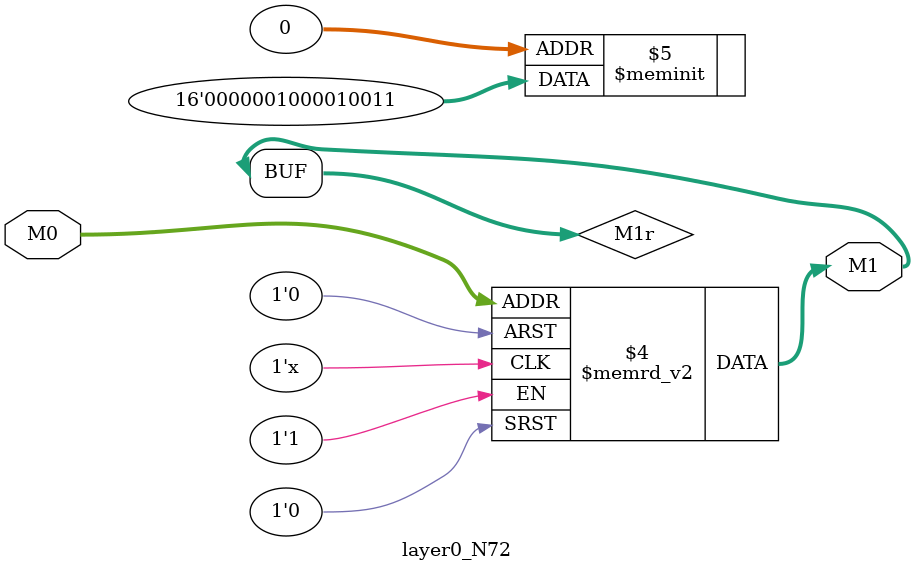
<source format=v>
module layer0_N72 ( input [2:0] M0, output [1:0] M1 );

	(*rom_style = "distributed" *) reg [1:0] M1r;
	assign M1 = M1r;
	always @ (M0) begin
		case (M0)
			3'b000: M1r = 2'b11;
			3'b100: M1r = 2'b10;
			3'b010: M1r = 2'b01;
			3'b110: M1r = 2'b00;
			3'b001: M1r = 2'b00;
			3'b101: M1r = 2'b00;
			3'b011: M1r = 2'b00;
			3'b111: M1r = 2'b00;

		endcase
	end
endmodule

</source>
